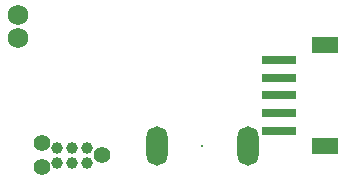
<source format=gbs>
G04*
G04 #@! TF.GenerationSoftware,Altium Limited,Altium Designer,22.6.1 (34)*
G04*
G04 Layer_Color=16711935*
%FSLAX25Y25*%
%MOIN*%
G70*
G04*
G04 #@! TF.SameCoordinates,96458179-A28E-47A4-AC93-062C7FCE65E1*
G04*
G04*
G04 #@! TF.FilePolarity,Negative*
G04*
G01*
G75*
%ADD19R,0.11800X0.02800*%
%ADD35R,0.08700X0.05500*%
%ADD39C,0.00800*%
G04:AMPARAMS|DCode=40|XSize=71.78mil|YSize=131.62mil|CornerRadius=35.89mil|HoleSize=0mil|Usage=FLASHONLY|Rotation=180.000|XOffset=0mil|YOffset=0mil|HoleType=Round|Shape=RoundedRectangle|*
%AMROUNDEDRECTD40*
21,1,0.07178,0.05984,0,0,180.0*
21,1,0.00000,0.13162,0,0,180.0*
1,1,0.07178,0.00000,0.02992*
1,1,0.07178,0.00000,0.02992*
1,1,0.07178,0.00000,-0.02992*
1,1,0.07178,0.00000,-0.02992*
%
%ADD40ROUNDEDRECTD40*%
%ADD41C,0.05600*%
%ADD42C,0.06800*%
%ADD51C,0.03898*%
D19*
X91900Y17283D02*
D03*
Y23189D02*
D03*
Y29094D02*
D03*
Y35000D02*
D03*
Y40905D02*
D03*
D35*
X107262Y12362D02*
D03*
Y45827D02*
D03*
D39*
X66300Y12100D02*
D03*
D40*
X51143D02*
D03*
X81457D02*
D03*
D41*
X12800Y13100D02*
D03*
Y5100D02*
D03*
X32800Y9100D02*
D03*
D42*
X5100Y48100D02*
D03*
Y55974D02*
D03*
D51*
X17800Y6600D02*
D03*
Y11600D02*
D03*
X22800D02*
D03*
Y6600D02*
D03*
X27800Y11600D02*
D03*
Y6600D02*
D03*
M02*

</source>
